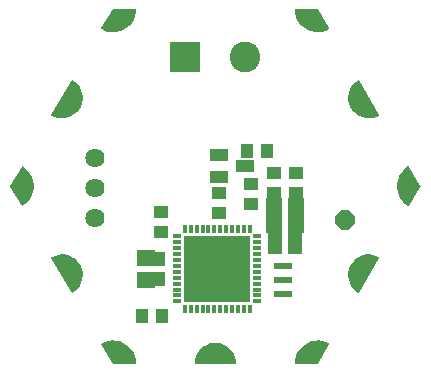
<source format=gbr>
G04 EAGLE Gerber RS-274X export*
G75*
%MOMM*%
%FSLAX34Y34*%
%LPD*%
%INSoldermask Bottom*%
%IPPOS*%
%AMOC8*
5,1,8,0,0,1.08239X$1,22.5*%
G01*
%ADD10C,1.101600*%
%ADD11R,2.601600X2.601600*%
%ADD12C,2.601600*%
%ADD13R,1.501600X1.101600*%
%ADD14R,1.201600X1.101600*%
%ADD15R,1.101600X1.201600*%
%ADD16R,1.501597X0.501600*%
%ADD17P,1.759533X8X22.500000*%
%ADD18R,1.401600X1.601600*%
%ADD19R,1.601600X1.401600*%
%ADD20C,1.625600*%
%ADD21R,0.651600X0.398781*%
%ADD22R,0.398781X0.651600*%
%ADD23R,5.701600X5.701600*%

G36*
X17029Y-1268D02*
X17029Y-1268D01*
X17058Y-1271D01*
X17125Y-1249D01*
X17195Y-1235D01*
X17219Y-1218D01*
X17247Y-1209D01*
X17300Y-1162D01*
X17359Y-1122D01*
X17375Y-1098D01*
X17397Y-1078D01*
X17428Y-1014D01*
X17466Y-955D01*
X17471Y-926D01*
X17483Y-900D01*
X17492Y-800D01*
X17499Y-758D01*
X17496Y-748D01*
X17498Y-734D01*
X17266Y2064D01*
X17256Y2098D01*
X17252Y2146D01*
X16563Y4867D01*
X16548Y4899D01*
X16536Y4945D01*
X15408Y7517D01*
X15388Y7545D01*
X15369Y7589D01*
X13833Y9940D01*
X13809Y9964D01*
X13783Y10005D01*
X11881Y12070D01*
X11853Y12091D01*
X11820Y12126D01*
X9605Y13851D01*
X9574Y13866D01*
X9536Y13896D01*
X7066Y15232D01*
X7033Y15242D01*
X6991Y15265D01*
X5805Y15673D01*
X4351Y16172D01*
X4350Y16172D01*
X4335Y16177D01*
X4301Y16182D01*
X4255Y16197D01*
X1486Y16659D01*
X1451Y16658D01*
X1404Y16666D01*
X-1404Y16666D01*
X-1438Y16659D01*
X-1486Y16659D01*
X-4255Y16197D01*
X-4288Y16185D01*
X-4335Y16177D01*
X-6991Y15265D01*
X-7021Y15248D01*
X-7066Y15232D01*
X-9536Y13896D01*
X-9562Y13874D01*
X-9605Y13851D01*
X-11820Y12126D01*
X-11843Y12100D01*
X-11881Y12070D01*
X-13783Y10005D01*
X-13801Y9975D01*
X-13833Y9940D01*
X-15369Y7589D01*
X-15382Y7557D01*
X-15408Y7517D01*
X-16536Y4945D01*
X-16543Y4912D01*
X-16546Y4905D01*
X-16552Y4896D01*
X-16553Y4890D01*
X-16563Y4867D01*
X-17252Y2146D01*
X-17254Y2111D01*
X-17266Y2064D01*
X-17498Y-734D01*
X-17494Y-763D01*
X-17499Y-792D01*
X-17483Y-861D01*
X-17474Y-931D01*
X-17460Y-957D01*
X-17453Y-985D01*
X-17411Y-1042D01*
X-17376Y-1104D01*
X-17352Y-1122D01*
X-17335Y-1145D01*
X-17274Y-1181D01*
X-17217Y-1224D01*
X-17189Y-1232D01*
X-17164Y-1247D01*
X-17066Y-1263D01*
X-17025Y-1274D01*
X-17014Y-1272D01*
X-17000Y-1274D01*
X17000Y-1274D01*
X17029Y-1268D01*
G37*
G36*
X-121393Y59035D02*
X-121393Y59035D01*
X-121322Y59032D01*
X-121295Y59042D01*
X-121266Y59044D01*
X-121176Y59086D01*
X-121136Y59101D01*
X-121128Y59109D01*
X-121115Y59115D01*
X-118812Y60714D01*
X-118788Y60740D01*
X-118748Y60767D01*
X-116739Y62724D01*
X-116720Y62753D01*
X-116685Y62786D01*
X-115026Y65047D01*
X-115011Y65078D01*
X-114982Y65117D01*
X-113718Y67620D01*
X-113709Y67654D01*
X-113687Y67697D01*
X-112851Y70374D01*
X-112848Y70408D01*
X-112833Y70454D01*
X-112450Y73233D01*
X-112452Y73267D01*
X-112446Y73315D01*
X-112525Y76118D01*
X-112533Y76152D01*
X-112534Y76200D01*
X-113073Y78952D01*
X-113087Y78984D01*
X-113096Y79032D01*
X-114081Y81657D01*
X-114096Y81682D01*
X-114101Y81702D01*
X-114109Y81713D01*
X-114116Y81732D01*
X-115520Y84160D01*
X-115543Y84186D01*
X-115567Y84228D01*
X-117351Y86391D01*
X-117378Y86413D01*
X-117409Y86450D01*
X-119525Y88291D01*
X-119555Y88308D01*
X-119591Y88340D01*
X-121982Y89807D01*
X-122014Y89818D01*
X-122055Y89844D01*
X-124654Y90897D01*
X-124688Y90904D01*
X-124733Y90922D01*
X-127470Y91533D01*
X-127505Y91534D01*
X-127552Y91545D01*
X-130352Y91697D01*
X-130386Y91692D01*
X-130434Y91695D01*
X-133222Y91385D01*
X-133255Y91374D01*
X-133303Y91369D01*
X-136001Y90604D01*
X-136031Y90588D01*
X-136078Y90575D01*
X-138613Y89376D01*
X-138637Y89359D01*
X-138664Y89349D01*
X-138716Y89300D01*
X-138773Y89257D01*
X-138787Y89232D01*
X-138809Y89212D01*
X-138837Y89147D01*
X-138873Y89086D01*
X-138876Y89057D01*
X-138888Y89030D01*
X-138889Y88959D01*
X-138898Y88888D01*
X-138890Y88860D01*
X-138890Y88831D01*
X-138856Y88738D01*
X-138844Y88697D01*
X-138837Y88688D01*
X-138832Y88675D01*
X-121832Y59275D01*
X-121813Y59253D01*
X-121800Y59227D01*
X-121747Y59179D01*
X-121700Y59126D01*
X-121674Y59114D01*
X-121652Y59094D01*
X-121585Y59071D01*
X-121521Y59041D01*
X-121492Y59039D01*
X-121464Y59030D01*
X-121393Y59035D01*
G37*
G36*
X130386Y206758D02*
X130386Y206758D01*
X130434Y206755D01*
X133222Y207065D01*
X133255Y207076D01*
X133303Y207081D01*
X136001Y207846D01*
X136031Y207862D01*
X136078Y207875D01*
X138613Y209074D01*
X138637Y209091D01*
X138664Y209101D01*
X138716Y209150D01*
X138773Y209193D01*
X138787Y209218D01*
X138809Y209238D01*
X138837Y209303D01*
X138873Y209365D01*
X138876Y209393D01*
X138888Y209420D01*
X138889Y209491D01*
X138898Y209562D01*
X138890Y209590D01*
X138890Y209619D01*
X138856Y209712D01*
X138844Y209753D01*
X138837Y209762D01*
X138832Y209775D01*
X121832Y239175D01*
X121813Y239197D01*
X121800Y239223D01*
X121747Y239271D01*
X121700Y239324D01*
X121674Y239336D01*
X121652Y239356D01*
X121585Y239379D01*
X121521Y239409D01*
X121492Y239411D01*
X121464Y239420D01*
X121393Y239415D01*
X121322Y239418D01*
X121295Y239408D01*
X121266Y239406D01*
X121176Y239364D01*
X121136Y239349D01*
X121128Y239341D01*
X121115Y239335D01*
X118812Y237736D01*
X118788Y237711D01*
X118748Y237683D01*
X116739Y235726D01*
X116720Y235697D01*
X116685Y235664D01*
X115026Y233403D01*
X115011Y233372D01*
X114982Y233333D01*
X113718Y230830D01*
X113709Y230796D01*
X113687Y230753D01*
X112851Y228076D01*
X112848Y228042D01*
X112833Y227996D01*
X112450Y225217D01*
X112452Y225183D01*
X112446Y225135D01*
X112525Y222332D01*
X112533Y222298D01*
X112534Y222250D01*
X113073Y219498D01*
X113087Y219466D01*
X113096Y219418D01*
X114081Y216793D01*
X114099Y216763D01*
X114116Y216718D01*
X115520Y214290D01*
X115543Y214264D01*
X115567Y214223D01*
X117351Y212059D01*
X117378Y212037D01*
X117409Y212000D01*
X119525Y210159D01*
X119555Y210142D01*
X119591Y210111D01*
X121982Y208643D01*
X122014Y208632D01*
X122055Y208606D01*
X124654Y207553D01*
X124688Y207546D01*
X124733Y207528D01*
X127470Y206917D01*
X127505Y206916D01*
X127552Y206905D01*
X130352Y206753D01*
X130386Y206758D01*
G37*
G36*
X121426Y59036D02*
X121426Y59036D01*
X121497Y59035D01*
X121524Y59046D01*
X121553Y59050D01*
X121615Y59084D01*
X121680Y59112D01*
X121701Y59133D01*
X121726Y59147D01*
X121789Y59223D01*
X121819Y59254D01*
X121823Y59264D01*
X121832Y59275D01*
X138832Y88675D01*
X138841Y88703D01*
X138858Y88727D01*
X138873Y88796D01*
X138895Y88864D01*
X138893Y88893D01*
X138899Y88921D01*
X138886Y88991D01*
X138880Y89062D01*
X138867Y89088D01*
X138861Y89116D01*
X138821Y89175D01*
X138789Y89238D01*
X138766Y89257D01*
X138750Y89281D01*
X138668Y89338D01*
X138635Y89365D01*
X138625Y89368D01*
X138613Y89376D01*
X136078Y90575D01*
X136044Y90583D01*
X136001Y90604D01*
X133303Y91369D01*
X133268Y91371D01*
X133222Y91385D01*
X130434Y91695D01*
X130400Y91692D01*
X130352Y91697D01*
X127552Y91545D01*
X127518Y91536D01*
X127470Y91533D01*
X124733Y90922D01*
X124701Y90908D01*
X124654Y90897D01*
X122055Y89844D01*
X122026Y89825D01*
X121982Y89807D01*
X119591Y88340D01*
X119566Y88316D01*
X119525Y88291D01*
X117409Y86450D01*
X117388Y86423D01*
X117351Y86391D01*
X115567Y84228D01*
X115551Y84197D01*
X115520Y84160D01*
X114116Y81732D01*
X114105Y81699D01*
X114098Y81686D01*
X114088Y81672D01*
X114088Y81669D01*
X114081Y81657D01*
X113096Y79032D01*
X113090Y78997D01*
X113073Y78952D01*
X112534Y76200D01*
X112534Y76166D01*
X112525Y76118D01*
X112446Y73315D01*
X112452Y73281D01*
X112450Y73233D01*
X112833Y70454D01*
X112845Y70422D01*
X112851Y70374D01*
X113687Y67697D01*
X113704Y67666D01*
X113718Y67620D01*
X114982Y65117D01*
X115004Y65090D01*
X115026Y65047D01*
X116685Y62786D01*
X116711Y62763D01*
X116739Y62724D01*
X118748Y60767D01*
X118777Y60748D01*
X118812Y60714D01*
X121115Y59115D01*
X121142Y59103D01*
X121165Y59085D01*
X121233Y59064D01*
X121298Y59036D01*
X121327Y59036D01*
X121355Y59028D01*
X121426Y59036D01*
G37*
G36*
X-127552Y206905D02*
X-127552Y206905D01*
X-127518Y206914D01*
X-127470Y206917D01*
X-124733Y207528D01*
X-124701Y207542D01*
X-124654Y207553D01*
X-122055Y208606D01*
X-122026Y208625D01*
X-121982Y208643D01*
X-119591Y210111D01*
X-119566Y210134D01*
X-119525Y210159D01*
X-117409Y212000D01*
X-117388Y212027D01*
X-117351Y212059D01*
X-115567Y214223D01*
X-115551Y214253D01*
X-115520Y214290D01*
X-114116Y216718D01*
X-114105Y216751D01*
X-114081Y216793D01*
X-113096Y219418D01*
X-113090Y219453D01*
X-113073Y219498D01*
X-112534Y222250D01*
X-112534Y222285D01*
X-112525Y222332D01*
X-112446Y225135D01*
X-112452Y225169D01*
X-112450Y225217D01*
X-112833Y227996D01*
X-112845Y228028D01*
X-112851Y228076D01*
X-113687Y230753D01*
X-113704Y230784D01*
X-113718Y230830D01*
X-114982Y233333D01*
X-115004Y233360D01*
X-115026Y233403D01*
X-116685Y235664D01*
X-116711Y235687D01*
X-116739Y235726D01*
X-118748Y237683D01*
X-118777Y237702D01*
X-118812Y237736D01*
X-121115Y239335D01*
X-121142Y239347D01*
X-121165Y239365D01*
X-121233Y239386D01*
X-121298Y239414D01*
X-121327Y239414D01*
X-121355Y239422D01*
X-121426Y239414D01*
X-121497Y239415D01*
X-121524Y239404D01*
X-121553Y239400D01*
X-121615Y239366D01*
X-121680Y239338D01*
X-121701Y239317D01*
X-121726Y239303D01*
X-121789Y239227D01*
X-121819Y239196D01*
X-121823Y239186D01*
X-121832Y239175D01*
X-138832Y209775D01*
X-138841Y209747D01*
X-138858Y209723D01*
X-138873Y209654D01*
X-138895Y209586D01*
X-138893Y209557D01*
X-138899Y209529D01*
X-138886Y209459D01*
X-138880Y209388D01*
X-138867Y209362D01*
X-138861Y209334D01*
X-138821Y209275D01*
X-138789Y209212D01*
X-138766Y209193D01*
X-138750Y209169D01*
X-138668Y209112D01*
X-138635Y209085D01*
X-138625Y209082D01*
X-138613Y209074D01*
X-136078Y207875D01*
X-136044Y207867D01*
X-136001Y207846D01*
X-133303Y207081D01*
X-133268Y207079D01*
X-133222Y207065D01*
X-130434Y206755D01*
X-130400Y206758D01*
X-130352Y206753D01*
X-127552Y206905D01*
G37*
G36*
X163727Y132236D02*
X163727Y132236D01*
X163798Y132236D01*
X163825Y132247D01*
X163854Y132250D01*
X163916Y132285D01*
X163981Y132313D01*
X164002Y132333D01*
X164027Y132348D01*
X164090Y132425D01*
X164120Y132455D01*
X164124Y132465D01*
X164133Y132476D01*
X173633Y148976D01*
X173643Y149008D01*
X173652Y149021D01*
X173656Y149045D01*
X173657Y149049D01*
X173688Y149119D01*
X173688Y149143D01*
X173696Y149165D01*
X173690Y149241D01*
X173691Y149318D01*
X173681Y149342D01*
X173680Y149363D01*
X173659Y149402D01*
X173633Y149474D01*
X164133Y165974D01*
X164114Y165996D01*
X164101Y166022D01*
X164048Y166070D01*
X164001Y166123D01*
X163975Y166136D01*
X163954Y166155D01*
X163886Y166178D01*
X163822Y166209D01*
X163793Y166211D01*
X163766Y166220D01*
X163694Y166215D01*
X163623Y166218D01*
X163596Y166208D01*
X163567Y166206D01*
X163477Y166164D01*
X163437Y166149D01*
X163429Y166142D01*
X163416Y166136D01*
X160893Y164394D01*
X160869Y164370D01*
X160831Y164343D01*
X158619Y162219D01*
X158600Y162191D01*
X158566Y162159D01*
X156724Y159708D01*
X156710Y159677D01*
X156681Y159640D01*
X155256Y156925D01*
X155247Y156894D01*
X155231Y156869D01*
X155230Y156861D01*
X155225Y156851D01*
X154254Y153943D01*
X154250Y153909D01*
X154235Y153865D01*
X153743Y150838D01*
X153744Y150804D01*
X153736Y150758D01*
X153736Y147692D01*
X153737Y147688D01*
X153737Y147686D01*
X153743Y147659D01*
X153743Y147612D01*
X154235Y144585D01*
X154247Y144554D01*
X154254Y144507D01*
X155225Y141599D01*
X155242Y141570D01*
X155256Y141525D01*
X156681Y138810D01*
X156703Y138784D01*
X156724Y138742D01*
X158566Y136291D01*
X158591Y136268D01*
X158619Y136231D01*
X160831Y134107D01*
X160859Y134089D01*
X160893Y134056D01*
X163416Y132314D01*
X163443Y132303D01*
X163465Y132284D01*
X163534Y132264D01*
X163599Y132236D01*
X163628Y132236D01*
X163656Y132228D01*
X163727Y132236D01*
G37*
G36*
X-163694Y132235D02*
X-163694Y132235D01*
X-163623Y132232D01*
X-163596Y132242D01*
X-163567Y132244D01*
X-163477Y132286D01*
X-163437Y132301D01*
X-163429Y132308D01*
X-163416Y132314D01*
X-160893Y134056D01*
X-160869Y134080D01*
X-160831Y134107D01*
X-158619Y136231D01*
X-158600Y136259D01*
X-158566Y136291D01*
X-156724Y138742D01*
X-156710Y138773D01*
X-156681Y138810D01*
X-155256Y141525D01*
X-155247Y141558D01*
X-155225Y141599D01*
X-154254Y144507D01*
X-154250Y144541D01*
X-154235Y144585D01*
X-153743Y147612D01*
X-153744Y147646D01*
X-153736Y147692D01*
X-153736Y150758D01*
X-153743Y150791D01*
X-153743Y150838D01*
X-154235Y153865D01*
X-154247Y153896D01*
X-154254Y153943D01*
X-155225Y156851D01*
X-155238Y156874D01*
X-155244Y156899D01*
X-155251Y156908D01*
X-155256Y156925D01*
X-156681Y159640D01*
X-156703Y159666D01*
X-156724Y159708D01*
X-158566Y162159D01*
X-158591Y162182D01*
X-158619Y162219D01*
X-160831Y164343D01*
X-160859Y164361D01*
X-160893Y164394D01*
X-163416Y166136D01*
X-163443Y166147D01*
X-163465Y166166D01*
X-163534Y166186D01*
X-163599Y166214D01*
X-163628Y166214D01*
X-163656Y166222D01*
X-163727Y166214D01*
X-163798Y166215D01*
X-163825Y166203D01*
X-163854Y166200D01*
X-163916Y166165D01*
X-163981Y166137D01*
X-164002Y166117D01*
X-164027Y166102D01*
X-164090Y166025D01*
X-164120Y165995D01*
X-164124Y165985D01*
X-164133Y165974D01*
X-173633Y149474D01*
X-173657Y149401D01*
X-173688Y149331D01*
X-173688Y149307D01*
X-173696Y149285D01*
X-173690Y149209D01*
X-173691Y149132D01*
X-173681Y149108D01*
X-173680Y149087D01*
X-173659Y149048D01*
X-173640Y148996D01*
X-173639Y148990D01*
X-173637Y148988D01*
X-173633Y148976D01*
X-164133Y132476D01*
X-164114Y132454D01*
X-164101Y132428D01*
X-164048Y132380D01*
X-164001Y132327D01*
X-163975Y132314D01*
X-163954Y132295D01*
X-163886Y132272D01*
X-163822Y132241D01*
X-163793Y132240D01*
X-163766Y132230D01*
X-163694Y132235D01*
G37*
G36*
X86676Y-1259D02*
X86676Y-1259D01*
X86754Y-1250D01*
X86773Y-1239D01*
X86795Y-1235D01*
X86859Y-1191D01*
X86927Y-1152D01*
X86943Y-1133D01*
X86959Y-1122D01*
X86983Y-1084D01*
X87033Y-1024D01*
X96533Y15476D01*
X96542Y15503D01*
X96558Y15527D01*
X96573Y15597D01*
X96596Y15665D01*
X96593Y15693D01*
X96599Y15721D01*
X96586Y15792D01*
X96580Y15863D01*
X96567Y15888D01*
X96561Y15916D01*
X96521Y15976D01*
X96488Y16039D01*
X96466Y16057D01*
X96450Y16081D01*
X96367Y16139D01*
X96335Y16166D01*
X96324Y16169D01*
X96314Y16176D01*
X93548Y17485D01*
X93515Y17493D01*
X93472Y17513D01*
X90532Y18361D01*
X90498Y18364D01*
X90454Y18377D01*
X87416Y18742D01*
X87382Y18739D01*
X87335Y18745D01*
X84278Y18618D01*
X84245Y18610D01*
X84198Y18609D01*
X81201Y17993D01*
X81170Y17980D01*
X81124Y17971D01*
X78264Y16882D01*
X78236Y16864D01*
X78192Y16848D01*
X75544Y15314D01*
X75518Y15292D01*
X75478Y15269D01*
X73110Y13331D01*
X73088Y13304D01*
X73052Y13275D01*
X71025Y10982D01*
X71009Y10953D01*
X70977Y10918D01*
X69345Y8330D01*
X69333Y8298D01*
X69308Y8259D01*
X68112Y5442D01*
X68105Y5409D01*
X68102Y5402D01*
X68098Y5396D01*
X68097Y5390D01*
X68086Y5366D01*
X67358Y2394D01*
X67356Y2360D01*
X67345Y2315D01*
X67102Y-735D01*
X67106Y-764D01*
X67101Y-792D01*
X67118Y-861D01*
X67126Y-933D01*
X67141Y-957D01*
X67147Y-985D01*
X67190Y-1043D01*
X67226Y-1105D01*
X67248Y-1122D01*
X67265Y-1145D01*
X67327Y-1182D01*
X67384Y-1225D01*
X67412Y-1232D01*
X67436Y-1247D01*
X67536Y-1263D01*
X67577Y-1274D01*
X67587Y-1272D01*
X67600Y-1274D01*
X86600Y-1274D01*
X86676Y-1259D01*
G37*
G36*
X-67572Y-1269D02*
X-67572Y-1269D01*
X-67544Y-1271D01*
X-67476Y-1249D01*
X-67405Y-1235D01*
X-67382Y-1219D01*
X-67355Y-1210D01*
X-67300Y-1163D01*
X-67241Y-1122D01*
X-67226Y-1098D01*
X-67205Y-1080D01*
X-67173Y-1015D01*
X-67134Y-955D01*
X-67129Y-927D01*
X-67117Y-901D01*
X-67108Y-799D01*
X-67101Y-758D01*
X-67103Y-748D01*
X-67102Y-735D01*
X-67345Y2315D01*
X-67354Y2347D01*
X-67358Y2394D01*
X-68086Y5366D01*
X-68101Y5397D01*
X-68112Y5442D01*
X-69308Y8259D01*
X-69327Y8287D01*
X-69345Y8330D01*
X-70977Y10918D01*
X-71001Y10942D01*
X-71025Y10982D01*
X-73052Y13275D01*
X-73079Y13295D01*
X-73110Y13331D01*
X-75478Y15269D01*
X-75508Y15285D01*
X-75544Y15314D01*
X-78192Y16848D01*
X-78224Y16858D01*
X-78264Y16882D01*
X-81124Y17971D01*
X-81157Y17976D01*
X-81201Y17993D01*
X-84198Y18609D01*
X-84232Y18609D01*
X-84278Y18618D01*
X-87335Y18745D01*
X-87369Y18740D01*
X-87416Y18742D01*
X-90454Y18377D01*
X-90486Y18366D01*
X-90532Y18361D01*
X-93472Y17513D01*
X-93502Y17497D01*
X-93548Y17485D01*
X-96314Y16176D01*
X-96336Y16159D01*
X-96363Y16149D01*
X-96415Y16100D01*
X-96473Y16057D01*
X-96487Y16032D01*
X-96508Y16013D01*
X-96537Y15947D01*
X-96573Y15885D01*
X-96576Y15857D01*
X-96588Y15831D01*
X-96589Y15759D01*
X-96598Y15688D01*
X-96590Y15661D01*
X-96591Y15632D01*
X-96555Y15537D01*
X-96544Y15497D01*
X-96537Y15488D01*
X-96533Y15476D01*
X-87033Y-1024D01*
X-86981Y-1082D01*
X-86935Y-1145D01*
X-86916Y-1156D01*
X-86901Y-1173D01*
X-86831Y-1207D01*
X-86764Y-1247D01*
X-86740Y-1251D01*
X-86722Y-1259D01*
X-86677Y-1261D01*
X-86600Y-1274D01*
X-67600Y-1274D01*
X-67572Y-1269D01*
G37*
G36*
X87369Y279710D02*
X87369Y279710D01*
X87416Y279708D01*
X90454Y280073D01*
X90486Y280084D01*
X90532Y280089D01*
X93472Y280937D01*
X93502Y280953D01*
X93548Y280965D01*
X96314Y282274D01*
X96336Y282291D01*
X96363Y282301D01*
X96415Y282350D01*
X96473Y282393D01*
X96487Y282418D01*
X96508Y282437D01*
X96537Y282503D01*
X96573Y282565D01*
X96576Y282593D01*
X96588Y282619D01*
X96589Y282691D01*
X96598Y282762D01*
X96590Y282789D01*
X96591Y282818D01*
X96555Y282913D01*
X96544Y282953D01*
X96537Y282962D01*
X96533Y282974D01*
X87033Y299474D01*
X86981Y299533D01*
X86935Y299595D01*
X86916Y299606D01*
X86901Y299623D01*
X86831Y299657D01*
X86764Y299697D01*
X86740Y299701D01*
X86722Y299709D01*
X86677Y299711D01*
X86600Y299724D01*
X67600Y299724D01*
X67572Y299719D01*
X67544Y299721D01*
X67476Y299699D01*
X67405Y299685D01*
X67382Y299669D01*
X67355Y299660D01*
X67300Y299613D01*
X67241Y299572D01*
X67226Y299548D01*
X67205Y299530D01*
X67173Y299465D01*
X67134Y299405D01*
X67129Y299377D01*
X67117Y299351D01*
X67108Y299250D01*
X67101Y299208D01*
X67103Y299198D01*
X67102Y299185D01*
X67345Y296135D01*
X67354Y296103D01*
X67358Y296056D01*
X68086Y293084D01*
X68101Y293053D01*
X68112Y293008D01*
X69308Y290191D01*
X69327Y290163D01*
X69345Y290120D01*
X70977Y287532D01*
X71001Y287508D01*
X71025Y287468D01*
X73052Y285175D01*
X73079Y285155D01*
X73110Y285119D01*
X75478Y283181D01*
X75508Y283165D01*
X75544Y283136D01*
X78192Y281603D01*
X78224Y281592D01*
X78264Y281568D01*
X81124Y280480D01*
X81157Y280474D01*
X81201Y280457D01*
X84198Y279841D01*
X84232Y279841D01*
X84278Y279832D01*
X87335Y279705D01*
X87369Y279710D01*
G37*
G36*
X-84278Y279832D02*
X-84278Y279832D01*
X-84245Y279840D01*
X-84198Y279841D01*
X-81201Y280457D01*
X-81170Y280470D01*
X-81124Y280480D01*
X-78264Y281568D01*
X-78236Y281586D01*
X-78192Y281603D01*
X-75544Y283136D01*
X-75518Y283158D01*
X-75478Y283181D01*
X-73110Y285119D01*
X-73088Y285146D01*
X-73052Y285175D01*
X-71025Y287468D01*
X-71009Y287497D01*
X-70977Y287532D01*
X-69345Y290120D01*
X-69333Y290152D01*
X-69308Y290191D01*
X-68112Y293008D01*
X-68105Y293041D01*
X-68086Y293084D01*
X-67358Y296056D01*
X-67356Y296090D01*
X-67345Y296135D01*
X-67102Y299185D01*
X-67106Y299214D01*
X-67101Y299242D01*
X-67118Y299311D01*
X-67126Y299383D01*
X-67141Y299407D01*
X-67147Y299435D01*
X-67190Y299493D01*
X-67226Y299555D01*
X-67248Y299572D01*
X-67265Y299595D01*
X-67327Y299632D01*
X-67384Y299675D01*
X-67412Y299682D01*
X-67436Y299697D01*
X-67536Y299713D01*
X-67577Y299724D01*
X-67587Y299722D01*
X-67600Y299724D01*
X-86600Y299724D01*
X-86676Y299709D01*
X-86754Y299700D01*
X-86773Y299689D01*
X-86795Y299685D01*
X-86859Y299641D01*
X-86927Y299602D01*
X-86943Y299583D01*
X-86959Y299572D01*
X-86983Y299534D01*
X-87033Y299474D01*
X-96533Y282974D01*
X-96542Y282947D01*
X-96558Y282923D01*
X-96573Y282853D01*
X-96596Y282785D01*
X-96593Y282757D01*
X-96599Y282729D01*
X-96586Y282659D01*
X-96580Y282587D01*
X-96567Y282562D01*
X-96561Y282534D01*
X-96521Y282474D01*
X-96488Y282411D01*
X-96466Y282393D01*
X-96450Y282369D01*
X-96367Y282311D01*
X-96335Y282284D01*
X-96324Y282281D01*
X-96314Y282274D01*
X-93548Y280965D01*
X-93515Y280957D01*
X-93472Y280937D01*
X-90532Y280089D01*
X-90498Y280086D01*
X-90454Y280073D01*
X-87416Y279708D01*
X-87382Y279711D01*
X-87335Y279705D01*
X-84278Y279832D01*
G37*
D10*
X82600Y292325D03*
X165200Y149225D03*
X82600Y6125D03*
X-82600Y6125D03*
X-165200Y149225D03*
X-82600Y292325D03*
X123900Y220725D03*
X123900Y77725D03*
X0Y6125D03*
X-123900Y77725D03*
X-123900Y220725D03*
D11*
X-25400Y258763D03*
D12*
X25400Y258763D03*
D13*
X25288Y166688D03*
X3288Y176188D03*
X3288Y157188D03*
D14*
X30163Y151375D03*
X30163Y134375D03*
D15*
X26425Y179388D03*
X43425Y179388D03*
D14*
X3175Y143438D03*
X3175Y126438D03*
D16*
X57150Y57850D03*
X57150Y69850D03*
X57150Y81850D03*
D17*
X109538Y120650D03*
D14*
X-46038Y127563D03*
X-46038Y110563D03*
D15*
X-45475Y39688D03*
X-62475Y39688D03*
D14*
X68263Y143900D03*
X68263Y160900D03*
X50238Y106363D03*
X67238Y106363D03*
X50238Y96838D03*
X67238Y96838D03*
D15*
X-47625Y87875D03*
X-47625Y70875D03*
D18*
X49238Y117475D03*
X68238Y117475D03*
X49238Y131763D03*
X68238Y131763D03*
D19*
X-58738Y88875D03*
X-58738Y69875D03*
D14*
X49213Y143900D03*
X49213Y160900D03*
D20*
X-101600Y173038D03*
X-101600Y147638D03*
X-101600Y122238D03*
D21*
X35388Y106882D03*
X35388Y101881D03*
X35388Y96879D03*
X35388Y91878D03*
X35388Y86877D03*
X35388Y81876D03*
X35388Y76874D03*
X35388Y71873D03*
X35388Y66872D03*
X35388Y61871D03*
X35388Y56869D03*
X35388Y51868D03*
D22*
X29095Y45575D03*
X24094Y45575D03*
X19092Y45575D03*
X14091Y45575D03*
X9090Y45575D03*
X4089Y45575D03*
X-914Y45575D03*
X-5915Y45575D03*
X-10916Y45575D03*
X-15917Y45575D03*
X-20919Y45575D03*
X-25920Y45575D03*
D21*
X-32213Y51868D03*
X-32213Y56869D03*
X-32213Y61871D03*
X-32213Y66872D03*
X-32213Y71873D03*
X-32213Y76874D03*
X-32213Y81876D03*
X-32213Y86877D03*
X-32213Y91878D03*
X-32213Y96879D03*
X-32213Y101881D03*
X-32213Y106882D03*
D22*
X-25920Y113175D03*
X-20919Y113175D03*
X-15917Y113175D03*
X-10916Y113175D03*
X-5915Y113175D03*
X-914Y113175D03*
X4089Y113175D03*
X9090Y113175D03*
X14091Y113175D03*
X19092Y113175D03*
X24094Y113175D03*
X29095Y113175D03*
D23*
X1588Y79375D03*
M02*

</source>
